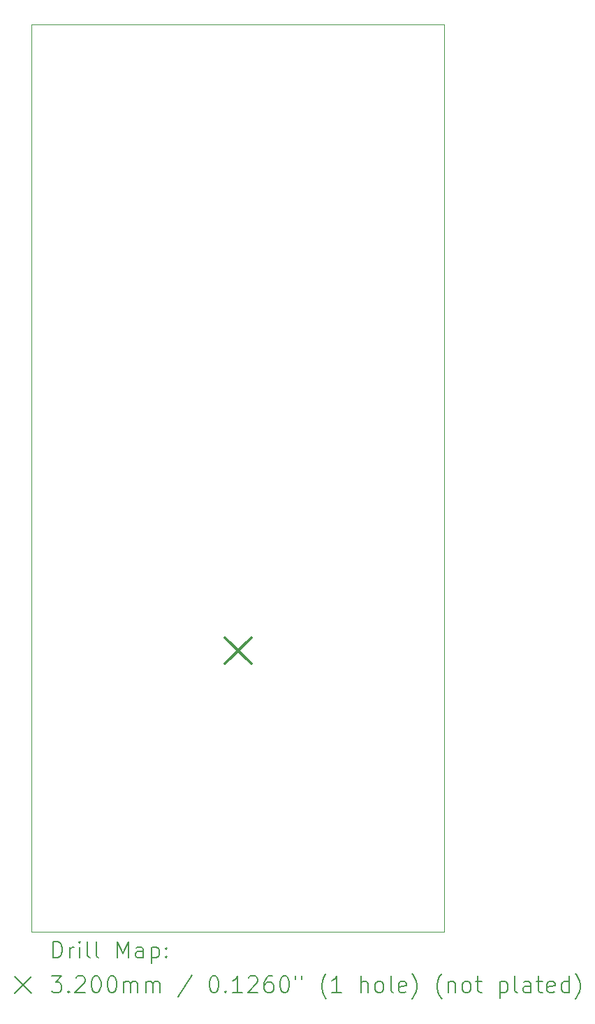
<source format=gbr>
%TF.GenerationSoftware,KiCad,Pcbnew,7.0.7-7.0.7~ubuntu22.04.1*%
%TF.CreationDate,2023-12-10T22:01:21+01:00*%
%TF.ProjectId,CD40106_VCO,43443430-3130-4365-9f56-434f2e6b6963,rev?*%
%TF.SameCoordinates,Original*%
%TF.FileFunction,Drillmap*%
%TF.FilePolarity,Positive*%
%FSLAX45Y45*%
G04 Gerber Fmt 4.5, Leading zero omitted, Abs format (unit mm)*
G04 Created by KiCad (PCBNEW 7.0.7-7.0.7~ubuntu22.04.1) date 2023-12-10 22:01:21*
%MOMM*%
%LPD*%
G01*
G04 APERTURE LIST*
%ADD10C,0.050000*%
%ADD11C,0.200000*%
%ADD12C,0.320000*%
G04 APERTURE END LIST*
D10*
X5450000Y-3650000D02*
X10450000Y-3650000D01*
X5450000Y-3650000D02*
X5450000Y-14650000D01*
X5450000Y-14650000D02*
X10450000Y-14650000D01*
X10450000Y-3650000D02*
X10450000Y-14650000D01*
D11*
D12*
X7790000Y-11080000D02*
X8110000Y-11400000D01*
X8110000Y-11080000D02*
X7790000Y-11400000D01*
D11*
X5708277Y-14963984D02*
X5708277Y-14763984D01*
X5708277Y-14763984D02*
X5755896Y-14763984D01*
X5755896Y-14763984D02*
X5784467Y-14773508D01*
X5784467Y-14773508D02*
X5803515Y-14792555D01*
X5803515Y-14792555D02*
X5813039Y-14811603D01*
X5813039Y-14811603D02*
X5822562Y-14849698D01*
X5822562Y-14849698D02*
X5822562Y-14878269D01*
X5822562Y-14878269D02*
X5813039Y-14916365D01*
X5813039Y-14916365D02*
X5803515Y-14935412D01*
X5803515Y-14935412D02*
X5784467Y-14954460D01*
X5784467Y-14954460D02*
X5755896Y-14963984D01*
X5755896Y-14963984D02*
X5708277Y-14963984D01*
X5908277Y-14963984D02*
X5908277Y-14830650D01*
X5908277Y-14868746D02*
X5917801Y-14849698D01*
X5917801Y-14849698D02*
X5927324Y-14840174D01*
X5927324Y-14840174D02*
X5946372Y-14830650D01*
X5946372Y-14830650D02*
X5965420Y-14830650D01*
X6032086Y-14963984D02*
X6032086Y-14830650D01*
X6032086Y-14763984D02*
X6022562Y-14773508D01*
X6022562Y-14773508D02*
X6032086Y-14783031D01*
X6032086Y-14783031D02*
X6041610Y-14773508D01*
X6041610Y-14773508D02*
X6032086Y-14763984D01*
X6032086Y-14763984D02*
X6032086Y-14783031D01*
X6155896Y-14963984D02*
X6136848Y-14954460D01*
X6136848Y-14954460D02*
X6127324Y-14935412D01*
X6127324Y-14935412D02*
X6127324Y-14763984D01*
X6260658Y-14963984D02*
X6241610Y-14954460D01*
X6241610Y-14954460D02*
X6232086Y-14935412D01*
X6232086Y-14935412D02*
X6232086Y-14763984D01*
X6489229Y-14963984D02*
X6489229Y-14763984D01*
X6489229Y-14763984D02*
X6555896Y-14906841D01*
X6555896Y-14906841D02*
X6622562Y-14763984D01*
X6622562Y-14763984D02*
X6622562Y-14963984D01*
X6803515Y-14963984D02*
X6803515Y-14859222D01*
X6803515Y-14859222D02*
X6793991Y-14840174D01*
X6793991Y-14840174D02*
X6774943Y-14830650D01*
X6774943Y-14830650D02*
X6736848Y-14830650D01*
X6736848Y-14830650D02*
X6717801Y-14840174D01*
X6803515Y-14954460D02*
X6784467Y-14963984D01*
X6784467Y-14963984D02*
X6736848Y-14963984D01*
X6736848Y-14963984D02*
X6717801Y-14954460D01*
X6717801Y-14954460D02*
X6708277Y-14935412D01*
X6708277Y-14935412D02*
X6708277Y-14916365D01*
X6708277Y-14916365D02*
X6717801Y-14897317D01*
X6717801Y-14897317D02*
X6736848Y-14887793D01*
X6736848Y-14887793D02*
X6784467Y-14887793D01*
X6784467Y-14887793D02*
X6803515Y-14878269D01*
X6898753Y-14830650D02*
X6898753Y-15030650D01*
X6898753Y-14840174D02*
X6917801Y-14830650D01*
X6917801Y-14830650D02*
X6955896Y-14830650D01*
X6955896Y-14830650D02*
X6974943Y-14840174D01*
X6974943Y-14840174D02*
X6984467Y-14849698D01*
X6984467Y-14849698D02*
X6993991Y-14868746D01*
X6993991Y-14868746D02*
X6993991Y-14925888D01*
X6993991Y-14925888D02*
X6984467Y-14944936D01*
X6984467Y-14944936D02*
X6974943Y-14954460D01*
X6974943Y-14954460D02*
X6955896Y-14963984D01*
X6955896Y-14963984D02*
X6917801Y-14963984D01*
X6917801Y-14963984D02*
X6898753Y-14954460D01*
X7079705Y-14944936D02*
X7089229Y-14954460D01*
X7089229Y-14954460D02*
X7079705Y-14963984D01*
X7079705Y-14963984D02*
X7070182Y-14954460D01*
X7070182Y-14954460D02*
X7079705Y-14944936D01*
X7079705Y-14944936D02*
X7079705Y-14963984D01*
X7079705Y-14840174D02*
X7089229Y-14849698D01*
X7089229Y-14849698D02*
X7079705Y-14859222D01*
X7079705Y-14859222D02*
X7070182Y-14849698D01*
X7070182Y-14849698D02*
X7079705Y-14840174D01*
X7079705Y-14840174D02*
X7079705Y-14859222D01*
X5247500Y-15192500D02*
X5447500Y-15392500D01*
X5447500Y-15192500D02*
X5247500Y-15392500D01*
X5689229Y-15183984D02*
X5813039Y-15183984D01*
X5813039Y-15183984D02*
X5746372Y-15260174D01*
X5746372Y-15260174D02*
X5774943Y-15260174D01*
X5774943Y-15260174D02*
X5793991Y-15269698D01*
X5793991Y-15269698D02*
X5803515Y-15279222D01*
X5803515Y-15279222D02*
X5813039Y-15298269D01*
X5813039Y-15298269D02*
X5813039Y-15345888D01*
X5813039Y-15345888D02*
X5803515Y-15364936D01*
X5803515Y-15364936D02*
X5793991Y-15374460D01*
X5793991Y-15374460D02*
X5774943Y-15383984D01*
X5774943Y-15383984D02*
X5717801Y-15383984D01*
X5717801Y-15383984D02*
X5698753Y-15374460D01*
X5698753Y-15374460D02*
X5689229Y-15364936D01*
X5898753Y-15364936D02*
X5908277Y-15374460D01*
X5908277Y-15374460D02*
X5898753Y-15383984D01*
X5898753Y-15383984D02*
X5889229Y-15374460D01*
X5889229Y-15374460D02*
X5898753Y-15364936D01*
X5898753Y-15364936D02*
X5898753Y-15383984D01*
X5984467Y-15203031D02*
X5993991Y-15193508D01*
X5993991Y-15193508D02*
X6013039Y-15183984D01*
X6013039Y-15183984D02*
X6060658Y-15183984D01*
X6060658Y-15183984D02*
X6079705Y-15193508D01*
X6079705Y-15193508D02*
X6089229Y-15203031D01*
X6089229Y-15203031D02*
X6098753Y-15222079D01*
X6098753Y-15222079D02*
X6098753Y-15241127D01*
X6098753Y-15241127D02*
X6089229Y-15269698D01*
X6089229Y-15269698D02*
X5974943Y-15383984D01*
X5974943Y-15383984D02*
X6098753Y-15383984D01*
X6222562Y-15183984D02*
X6241610Y-15183984D01*
X6241610Y-15183984D02*
X6260658Y-15193508D01*
X6260658Y-15193508D02*
X6270182Y-15203031D01*
X6270182Y-15203031D02*
X6279705Y-15222079D01*
X6279705Y-15222079D02*
X6289229Y-15260174D01*
X6289229Y-15260174D02*
X6289229Y-15307793D01*
X6289229Y-15307793D02*
X6279705Y-15345888D01*
X6279705Y-15345888D02*
X6270182Y-15364936D01*
X6270182Y-15364936D02*
X6260658Y-15374460D01*
X6260658Y-15374460D02*
X6241610Y-15383984D01*
X6241610Y-15383984D02*
X6222562Y-15383984D01*
X6222562Y-15383984D02*
X6203515Y-15374460D01*
X6203515Y-15374460D02*
X6193991Y-15364936D01*
X6193991Y-15364936D02*
X6184467Y-15345888D01*
X6184467Y-15345888D02*
X6174943Y-15307793D01*
X6174943Y-15307793D02*
X6174943Y-15260174D01*
X6174943Y-15260174D02*
X6184467Y-15222079D01*
X6184467Y-15222079D02*
X6193991Y-15203031D01*
X6193991Y-15203031D02*
X6203515Y-15193508D01*
X6203515Y-15193508D02*
X6222562Y-15183984D01*
X6413039Y-15183984D02*
X6432086Y-15183984D01*
X6432086Y-15183984D02*
X6451134Y-15193508D01*
X6451134Y-15193508D02*
X6460658Y-15203031D01*
X6460658Y-15203031D02*
X6470182Y-15222079D01*
X6470182Y-15222079D02*
X6479705Y-15260174D01*
X6479705Y-15260174D02*
X6479705Y-15307793D01*
X6479705Y-15307793D02*
X6470182Y-15345888D01*
X6470182Y-15345888D02*
X6460658Y-15364936D01*
X6460658Y-15364936D02*
X6451134Y-15374460D01*
X6451134Y-15374460D02*
X6432086Y-15383984D01*
X6432086Y-15383984D02*
X6413039Y-15383984D01*
X6413039Y-15383984D02*
X6393991Y-15374460D01*
X6393991Y-15374460D02*
X6384467Y-15364936D01*
X6384467Y-15364936D02*
X6374943Y-15345888D01*
X6374943Y-15345888D02*
X6365420Y-15307793D01*
X6365420Y-15307793D02*
X6365420Y-15260174D01*
X6365420Y-15260174D02*
X6374943Y-15222079D01*
X6374943Y-15222079D02*
X6384467Y-15203031D01*
X6384467Y-15203031D02*
X6393991Y-15193508D01*
X6393991Y-15193508D02*
X6413039Y-15183984D01*
X6565420Y-15383984D02*
X6565420Y-15250650D01*
X6565420Y-15269698D02*
X6574943Y-15260174D01*
X6574943Y-15260174D02*
X6593991Y-15250650D01*
X6593991Y-15250650D02*
X6622563Y-15250650D01*
X6622563Y-15250650D02*
X6641610Y-15260174D01*
X6641610Y-15260174D02*
X6651134Y-15279222D01*
X6651134Y-15279222D02*
X6651134Y-15383984D01*
X6651134Y-15279222D02*
X6660658Y-15260174D01*
X6660658Y-15260174D02*
X6679705Y-15250650D01*
X6679705Y-15250650D02*
X6708277Y-15250650D01*
X6708277Y-15250650D02*
X6727324Y-15260174D01*
X6727324Y-15260174D02*
X6736848Y-15279222D01*
X6736848Y-15279222D02*
X6736848Y-15383984D01*
X6832086Y-15383984D02*
X6832086Y-15250650D01*
X6832086Y-15269698D02*
X6841610Y-15260174D01*
X6841610Y-15260174D02*
X6860658Y-15250650D01*
X6860658Y-15250650D02*
X6889229Y-15250650D01*
X6889229Y-15250650D02*
X6908277Y-15260174D01*
X6908277Y-15260174D02*
X6917801Y-15279222D01*
X6917801Y-15279222D02*
X6917801Y-15383984D01*
X6917801Y-15279222D02*
X6927324Y-15260174D01*
X6927324Y-15260174D02*
X6946372Y-15250650D01*
X6946372Y-15250650D02*
X6974943Y-15250650D01*
X6974943Y-15250650D02*
X6993991Y-15260174D01*
X6993991Y-15260174D02*
X7003515Y-15279222D01*
X7003515Y-15279222D02*
X7003515Y-15383984D01*
X7393991Y-15174460D02*
X7222563Y-15431603D01*
X7651134Y-15183984D02*
X7670182Y-15183984D01*
X7670182Y-15183984D02*
X7689229Y-15193508D01*
X7689229Y-15193508D02*
X7698753Y-15203031D01*
X7698753Y-15203031D02*
X7708277Y-15222079D01*
X7708277Y-15222079D02*
X7717801Y-15260174D01*
X7717801Y-15260174D02*
X7717801Y-15307793D01*
X7717801Y-15307793D02*
X7708277Y-15345888D01*
X7708277Y-15345888D02*
X7698753Y-15364936D01*
X7698753Y-15364936D02*
X7689229Y-15374460D01*
X7689229Y-15374460D02*
X7670182Y-15383984D01*
X7670182Y-15383984D02*
X7651134Y-15383984D01*
X7651134Y-15383984D02*
X7632086Y-15374460D01*
X7632086Y-15374460D02*
X7622563Y-15364936D01*
X7622563Y-15364936D02*
X7613039Y-15345888D01*
X7613039Y-15345888D02*
X7603515Y-15307793D01*
X7603515Y-15307793D02*
X7603515Y-15260174D01*
X7603515Y-15260174D02*
X7613039Y-15222079D01*
X7613039Y-15222079D02*
X7622563Y-15203031D01*
X7622563Y-15203031D02*
X7632086Y-15193508D01*
X7632086Y-15193508D02*
X7651134Y-15183984D01*
X7803515Y-15364936D02*
X7813039Y-15374460D01*
X7813039Y-15374460D02*
X7803515Y-15383984D01*
X7803515Y-15383984D02*
X7793991Y-15374460D01*
X7793991Y-15374460D02*
X7803515Y-15364936D01*
X7803515Y-15364936D02*
X7803515Y-15383984D01*
X8003515Y-15383984D02*
X7889229Y-15383984D01*
X7946372Y-15383984D02*
X7946372Y-15183984D01*
X7946372Y-15183984D02*
X7927325Y-15212555D01*
X7927325Y-15212555D02*
X7908277Y-15231603D01*
X7908277Y-15231603D02*
X7889229Y-15241127D01*
X8079706Y-15203031D02*
X8089229Y-15193508D01*
X8089229Y-15193508D02*
X8108277Y-15183984D01*
X8108277Y-15183984D02*
X8155896Y-15183984D01*
X8155896Y-15183984D02*
X8174944Y-15193508D01*
X8174944Y-15193508D02*
X8184467Y-15203031D01*
X8184467Y-15203031D02*
X8193991Y-15222079D01*
X8193991Y-15222079D02*
X8193991Y-15241127D01*
X8193991Y-15241127D02*
X8184467Y-15269698D01*
X8184467Y-15269698D02*
X8070182Y-15383984D01*
X8070182Y-15383984D02*
X8193991Y-15383984D01*
X8365420Y-15183984D02*
X8327325Y-15183984D01*
X8327325Y-15183984D02*
X8308277Y-15193508D01*
X8308277Y-15193508D02*
X8298753Y-15203031D01*
X8298753Y-15203031D02*
X8279706Y-15231603D01*
X8279706Y-15231603D02*
X8270182Y-15269698D01*
X8270182Y-15269698D02*
X8270182Y-15345888D01*
X8270182Y-15345888D02*
X8279706Y-15364936D01*
X8279706Y-15364936D02*
X8289229Y-15374460D01*
X8289229Y-15374460D02*
X8308277Y-15383984D01*
X8308277Y-15383984D02*
X8346372Y-15383984D01*
X8346372Y-15383984D02*
X8365420Y-15374460D01*
X8365420Y-15374460D02*
X8374944Y-15364936D01*
X8374944Y-15364936D02*
X8384467Y-15345888D01*
X8384467Y-15345888D02*
X8384467Y-15298269D01*
X8384467Y-15298269D02*
X8374944Y-15279222D01*
X8374944Y-15279222D02*
X8365420Y-15269698D01*
X8365420Y-15269698D02*
X8346372Y-15260174D01*
X8346372Y-15260174D02*
X8308277Y-15260174D01*
X8308277Y-15260174D02*
X8289229Y-15269698D01*
X8289229Y-15269698D02*
X8279706Y-15279222D01*
X8279706Y-15279222D02*
X8270182Y-15298269D01*
X8508277Y-15183984D02*
X8527325Y-15183984D01*
X8527325Y-15183984D02*
X8546372Y-15193508D01*
X8546372Y-15193508D02*
X8555896Y-15203031D01*
X8555896Y-15203031D02*
X8565420Y-15222079D01*
X8565420Y-15222079D02*
X8574944Y-15260174D01*
X8574944Y-15260174D02*
X8574944Y-15307793D01*
X8574944Y-15307793D02*
X8565420Y-15345888D01*
X8565420Y-15345888D02*
X8555896Y-15364936D01*
X8555896Y-15364936D02*
X8546372Y-15374460D01*
X8546372Y-15374460D02*
X8527325Y-15383984D01*
X8527325Y-15383984D02*
X8508277Y-15383984D01*
X8508277Y-15383984D02*
X8489229Y-15374460D01*
X8489229Y-15374460D02*
X8479706Y-15364936D01*
X8479706Y-15364936D02*
X8470182Y-15345888D01*
X8470182Y-15345888D02*
X8460658Y-15307793D01*
X8460658Y-15307793D02*
X8460658Y-15260174D01*
X8460658Y-15260174D02*
X8470182Y-15222079D01*
X8470182Y-15222079D02*
X8479706Y-15203031D01*
X8479706Y-15203031D02*
X8489229Y-15193508D01*
X8489229Y-15193508D02*
X8508277Y-15183984D01*
X8651134Y-15183984D02*
X8651134Y-15222079D01*
X8727325Y-15183984D02*
X8727325Y-15222079D01*
X9022563Y-15460174D02*
X9013039Y-15450650D01*
X9013039Y-15450650D02*
X8993991Y-15422079D01*
X8993991Y-15422079D02*
X8984468Y-15403031D01*
X8984468Y-15403031D02*
X8974944Y-15374460D01*
X8974944Y-15374460D02*
X8965420Y-15326841D01*
X8965420Y-15326841D02*
X8965420Y-15288746D01*
X8965420Y-15288746D02*
X8974944Y-15241127D01*
X8974944Y-15241127D02*
X8984468Y-15212555D01*
X8984468Y-15212555D02*
X8993991Y-15193508D01*
X8993991Y-15193508D02*
X9013039Y-15164936D01*
X9013039Y-15164936D02*
X9022563Y-15155412D01*
X9203515Y-15383984D02*
X9089230Y-15383984D01*
X9146372Y-15383984D02*
X9146372Y-15183984D01*
X9146372Y-15183984D02*
X9127325Y-15212555D01*
X9127325Y-15212555D02*
X9108277Y-15231603D01*
X9108277Y-15231603D02*
X9089230Y-15241127D01*
X9441611Y-15383984D02*
X9441611Y-15183984D01*
X9527325Y-15383984D02*
X9527325Y-15279222D01*
X9527325Y-15279222D02*
X9517801Y-15260174D01*
X9517801Y-15260174D02*
X9498753Y-15250650D01*
X9498753Y-15250650D02*
X9470182Y-15250650D01*
X9470182Y-15250650D02*
X9451134Y-15260174D01*
X9451134Y-15260174D02*
X9441611Y-15269698D01*
X9651134Y-15383984D02*
X9632087Y-15374460D01*
X9632087Y-15374460D02*
X9622563Y-15364936D01*
X9622563Y-15364936D02*
X9613039Y-15345888D01*
X9613039Y-15345888D02*
X9613039Y-15288746D01*
X9613039Y-15288746D02*
X9622563Y-15269698D01*
X9622563Y-15269698D02*
X9632087Y-15260174D01*
X9632087Y-15260174D02*
X9651134Y-15250650D01*
X9651134Y-15250650D02*
X9679706Y-15250650D01*
X9679706Y-15250650D02*
X9698753Y-15260174D01*
X9698753Y-15260174D02*
X9708277Y-15269698D01*
X9708277Y-15269698D02*
X9717801Y-15288746D01*
X9717801Y-15288746D02*
X9717801Y-15345888D01*
X9717801Y-15345888D02*
X9708277Y-15364936D01*
X9708277Y-15364936D02*
X9698753Y-15374460D01*
X9698753Y-15374460D02*
X9679706Y-15383984D01*
X9679706Y-15383984D02*
X9651134Y-15383984D01*
X9832087Y-15383984D02*
X9813039Y-15374460D01*
X9813039Y-15374460D02*
X9803515Y-15355412D01*
X9803515Y-15355412D02*
X9803515Y-15183984D01*
X9984468Y-15374460D02*
X9965420Y-15383984D01*
X9965420Y-15383984D02*
X9927325Y-15383984D01*
X9927325Y-15383984D02*
X9908277Y-15374460D01*
X9908277Y-15374460D02*
X9898753Y-15355412D01*
X9898753Y-15355412D02*
X9898753Y-15279222D01*
X9898753Y-15279222D02*
X9908277Y-15260174D01*
X9908277Y-15260174D02*
X9927325Y-15250650D01*
X9927325Y-15250650D02*
X9965420Y-15250650D01*
X9965420Y-15250650D02*
X9984468Y-15260174D01*
X9984468Y-15260174D02*
X9993992Y-15279222D01*
X9993992Y-15279222D02*
X9993992Y-15298269D01*
X9993992Y-15298269D02*
X9898753Y-15317317D01*
X10060658Y-15460174D02*
X10070182Y-15450650D01*
X10070182Y-15450650D02*
X10089230Y-15422079D01*
X10089230Y-15422079D02*
X10098753Y-15403031D01*
X10098753Y-15403031D02*
X10108277Y-15374460D01*
X10108277Y-15374460D02*
X10117801Y-15326841D01*
X10117801Y-15326841D02*
X10117801Y-15288746D01*
X10117801Y-15288746D02*
X10108277Y-15241127D01*
X10108277Y-15241127D02*
X10098753Y-15212555D01*
X10098753Y-15212555D02*
X10089230Y-15193508D01*
X10089230Y-15193508D02*
X10070182Y-15164936D01*
X10070182Y-15164936D02*
X10060658Y-15155412D01*
X10422563Y-15460174D02*
X10413039Y-15450650D01*
X10413039Y-15450650D02*
X10393992Y-15422079D01*
X10393992Y-15422079D02*
X10384468Y-15403031D01*
X10384468Y-15403031D02*
X10374944Y-15374460D01*
X10374944Y-15374460D02*
X10365420Y-15326841D01*
X10365420Y-15326841D02*
X10365420Y-15288746D01*
X10365420Y-15288746D02*
X10374944Y-15241127D01*
X10374944Y-15241127D02*
X10384468Y-15212555D01*
X10384468Y-15212555D02*
X10393992Y-15193508D01*
X10393992Y-15193508D02*
X10413039Y-15164936D01*
X10413039Y-15164936D02*
X10422563Y-15155412D01*
X10498753Y-15250650D02*
X10498753Y-15383984D01*
X10498753Y-15269698D02*
X10508277Y-15260174D01*
X10508277Y-15260174D02*
X10527325Y-15250650D01*
X10527325Y-15250650D02*
X10555896Y-15250650D01*
X10555896Y-15250650D02*
X10574944Y-15260174D01*
X10574944Y-15260174D02*
X10584468Y-15279222D01*
X10584468Y-15279222D02*
X10584468Y-15383984D01*
X10708277Y-15383984D02*
X10689230Y-15374460D01*
X10689230Y-15374460D02*
X10679706Y-15364936D01*
X10679706Y-15364936D02*
X10670182Y-15345888D01*
X10670182Y-15345888D02*
X10670182Y-15288746D01*
X10670182Y-15288746D02*
X10679706Y-15269698D01*
X10679706Y-15269698D02*
X10689230Y-15260174D01*
X10689230Y-15260174D02*
X10708277Y-15250650D01*
X10708277Y-15250650D02*
X10736849Y-15250650D01*
X10736849Y-15250650D02*
X10755896Y-15260174D01*
X10755896Y-15260174D02*
X10765420Y-15269698D01*
X10765420Y-15269698D02*
X10774944Y-15288746D01*
X10774944Y-15288746D02*
X10774944Y-15345888D01*
X10774944Y-15345888D02*
X10765420Y-15364936D01*
X10765420Y-15364936D02*
X10755896Y-15374460D01*
X10755896Y-15374460D02*
X10736849Y-15383984D01*
X10736849Y-15383984D02*
X10708277Y-15383984D01*
X10832087Y-15250650D02*
X10908277Y-15250650D01*
X10860658Y-15183984D02*
X10860658Y-15355412D01*
X10860658Y-15355412D02*
X10870182Y-15374460D01*
X10870182Y-15374460D02*
X10889230Y-15383984D01*
X10889230Y-15383984D02*
X10908277Y-15383984D01*
X11127325Y-15250650D02*
X11127325Y-15450650D01*
X11127325Y-15260174D02*
X11146373Y-15250650D01*
X11146373Y-15250650D02*
X11184468Y-15250650D01*
X11184468Y-15250650D02*
X11203515Y-15260174D01*
X11203515Y-15260174D02*
X11213039Y-15269698D01*
X11213039Y-15269698D02*
X11222563Y-15288746D01*
X11222563Y-15288746D02*
X11222563Y-15345888D01*
X11222563Y-15345888D02*
X11213039Y-15364936D01*
X11213039Y-15364936D02*
X11203515Y-15374460D01*
X11203515Y-15374460D02*
X11184468Y-15383984D01*
X11184468Y-15383984D02*
X11146373Y-15383984D01*
X11146373Y-15383984D02*
X11127325Y-15374460D01*
X11336849Y-15383984D02*
X11317801Y-15374460D01*
X11317801Y-15374460D02*
X11308277Y-15355412D01*
X11308277Y-15355412D02*
X11308277Y-15183984D01*
X11498753Y-15383984D02*
X11498753Y-15279222D01*
X11498753Y-15279222D02*
X11489230Y-15260174D01*
X11489230Y-15260174D02*
X11470182Y-15250650D01*
X11470182Y-15250650D02*
X11432087Y-15250650D01*
X11432087Y-15250650D02*
X11413039Y-15260174D01*
X11498753Y-15374460D02*
X11479706Y-15383984D01*
X11479706Y-15383984D02*
X11432087Y-15383984D01*
X11432087Y-15383984D02*
X11413039Y-15374460D01*
X11413039Y-15374460D02*
X11403515Y-15355412D01*
X11403515Y-15355412D02*
X11403515Y-15336365D01*
X11403515Y-15336365D02*
X11413039Y-15317317D01*
X11413039Y-15317317D02*
X11432087Y-15307793D01*
X11432087Y-15307793D02*
X11479706Y-15307793D01*
X11479706Y-15307793D02*
X11498753Y-15298269D01*
X11565420Y-15250650D02*
X11641611Y-15250650D01*
X11593992Y-15183984D02*
X11593992Y-15355412D01*
X11593992Y-15355412D02*
X11603515Y-15374460D01*
X11603515Y-15374460D02*
X11622563Y-15383984D01*
X11622563Y-15383984D02*
X11641611Y-15383984D01*
X11784468Y-15374460D02*
X11765420Y-15383984D01*
X11765420Y-15383984D02*
X11727325Y-15383984D01*
X11727325Y-15383984D02*
X11708277Y-15374460D01*
X11708277Y-15374460D02*
X11698753Y-15355412D01*
X11698753Y-15355412D02*
X11698753Y-15279222D01*
X11698753Y-15279222D02*
X11708277Y-15260174D01*
X11708277Y-15260174D02*
X11727325Y-15250650D01*
X11727325Y-15250650D02*
X11765420Y-15250650D01*
X11765420Y-15250650D02*
X11784468Y-15260174D01*
X11784468Y-15260174D02*
X11793992Y-15279222D01*
X11793992Y-15279222D02*
X11793992Y-15298269D01*
X11793992Y-15298269D02*
X11698753Y-15317317D01*
X11965420Y-15383984D02*
X11965420Y-15183984D01*
X11965420Y-15374460D02*
X11946373Y-15383984D01*
X11946373Y-15383984D02*
X11908277Y-15383984D01*
X11908277Y-15383984D02*
X11889230Y-15374460D01*
X11889230Y-15374460D02*
X11879706Y-15364936D01*
X11879706Y-15364936D02*
X11870182Y-15345888D01*
X11870182Y-15345888D02*
X11870182Y-15288746D01*
X11870182Y-15288746D02*
X11879706Y-15269698D01*
X11879706Y-15269698D02*
X11889230Y-15260174D01*
X11889230Y-15260174D02*
X11908277Y-15250650D01*
X11908277Y-15250650D02*
X11946373Y-15250650D01*
X11946373Y-15250650D02*
X11965420Y-15260174D01*
X12041611Y-15460174D02*
X12051134Y-15450650D01*
X12051134Y-15450650D02*
X12070182Y-15422079D01*
X12070182Y-15422079D02*
X12079706Y-15403031D01*
X12079706Y-15403031D02*
X12089230Y-15374460D01*
X12089230Y-15374460D02*
X12098753Y-15326841D01*
X12098753Y-15326841D02*
X12098753Y-15288746D01*
X12098753Y-15288746D02*
X12089230Y-15241127D01*
X12089230Y-15241127D02*
X12079706Y-15212555D01*
X12079706Y-15212555D02*
X12070182Y-15193508D01*
X12070182Y-15193508D02*
X12051134Y-15164936D01*
X12051134Y-15164936D02*
X12041611Y-15155412D01*
M02*

</source>
